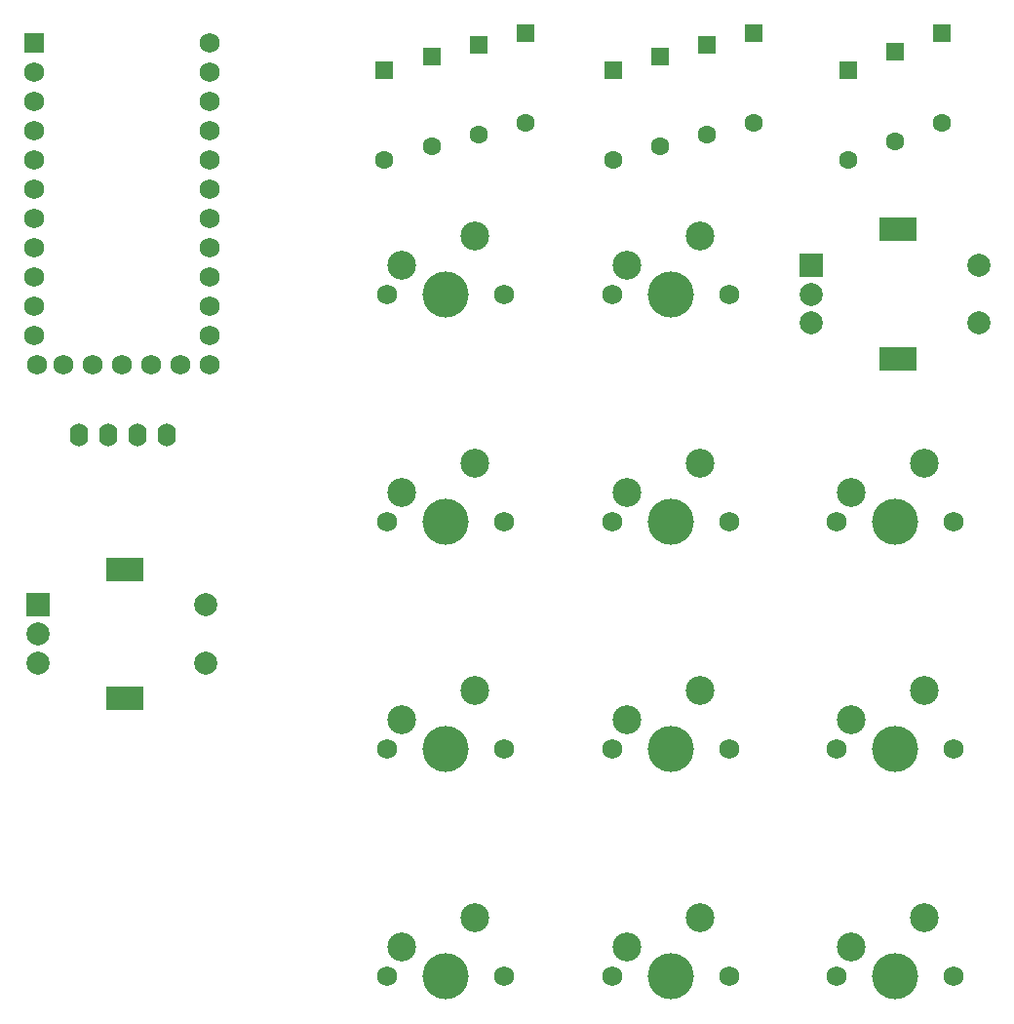
<source format=gbr>
%TF.GenerationSoftware,KiCad,Pcbnew,7.0.9-7.0.9~ubuntu22.04.1*%
%TF.CreationDate,2023-12-14T18:44:14-05:00*%
%TF.ProjectId,macrocoaster_v2,6d616372-6f63-46f6-9173-7465725f7632,rev?*%
%TF.SameCoordinates,Original*%
%TF.FileFunction,Soldermask,Bot*%
%TF.FilePolarity,Negative*%
%FSLAX46Y46*%
G04 Gerber Fmt 4.6, Leading zero omitted, Abs format (unit mm)*
G04 Created by KiCad (PCBNEW 7.0.9-7.0.9~ubuntu22.04.1) date 2023-12-14 18:44:14*
%MOMM*%
%LPD*%
G01*
G04 APERTURE LIST*
%ADD10R,1.752600X1.752600*%
%ADD11C,1.752600*%
%ADD12O,1.600000X2.000000*%
%ADD13C,1.750000*%
%ADD14C,4.000000*%
%ADD15C,2.500000*%
%ADD16C,1.600000*%
%ADD17R,1.600000X1.600000*%
%ADD18R,2.000000X2.000000*%
%ADD19C,2.000000*%
%ADD20R,3.200000X2.000000*%
G04 APERTURE END LIST*
D10*
%TO.C,U1*%
X61250000Y-45920000D03*
D11*
X61250000Y-48460000D03*
X61250000Y-51000000D03*
X61250000Y-53540000D03*
X61250000Y-56080000D03*
X61250000Y-58620000D03*
X61250000Y-61160000D03*
X61250000Y-63700000D03*
X61250000Y-66240000D03*
X61250000Y-68780000D03*
X61250000Y-71320000D03*
X61478600Y-73860000D03*
X76490000Y-73860000D03*
X76490000Y-71320000D03*
X76490000Y-68780000D03*
X76490000Y-66240000D03*
X76490000Y-63700000D03*
X76490000Y-61160000D03*
X76490000Y-58620000D03*
X76490000Y-56080000D03*
X76490000Y-53540000D03*
X76490000Y-51000000D03*
X76490000Y-48460000D03*
X76490000Y-45920000D03*
X63790000Y-73860000D03*
X66330000Y-73860000D03*
X68870000Y-73860000D03*
X71410000Y-73860000D03*
X73950000Y-73860000D03*
%TD*%
D12*
%TO.C,Brd1*%
X65170000Y-80000000D03*
X67710000Y-80000000D03*
X72790000Y-80000000D03*
X70250000Y-80000000D03*
%TD*%
D13*
%TO.C,SW2*%
X111420000Y-67750000D03*
D14*
X116500000Y-67750000D03*
D13*
X121580000Y-67750000D03*
D15*
X112690000Y-65210000D03*
X119040000Y-62670000D03*
%TD*%
D13*
%TO.C,SW3*%
X91920000Y-87500000D03*
D14*
X97000000Y-87500000D03*
D13*
X102080000Y-87500000D03*
D15*
X93190000Y-84960000D03*
X99540000Y-82420000D03*
%TD*%
D16*
%TO.C,D8*%
X136000000Y-54487500D03*
D17*
X136000000Y-46687500D03*
%TD*%
%TO.C,D2*%
X123750000Y-45100000D03*
D16*
X123750000Y-52900000D03*
%TD*%
D13*
%TO.C,SW11*%
X130920000Y-127000000D03*
D14*
X136000000Y-127000000D03*
D13*
X141080000Y-127000000D03*
D15*
X132190000Y-124460000D03*
X138540000Y-121920000D03*
%TD*%
D17*
%TO.C,D11*%
X131916667Y-48275000D03*
D16*
X131916667Y-56075000D03*
%TD*%
D15*
%TO.C,SW4*%
X119040000Y-82420000D03*
X112690000Y-84960000D03*
D13*
X121580000Y-87500000D03*
D14*
X116500000Y-87500000D03*
D13*
X111420000Y-87500000D03*
%TD*%
D18*
%TO.C,SW13*%
X128750000Y-65250000D03*
D19*
X128750000Y-70250000D03*
X128750000Y-67750000D03*
D20*
X136250000Y-62150000D03*
X136250000Y-73350000D03*
D19*
X143250000Y-70250000D03*
X143250000Y-65250000D03*
%TD*%
D13*
%TO.C,SW5*%
X130920000Y-87500000D03*
D14*
X136000000Y-87500000D03*
D13*
X141080000Y-87500000D03*
D15*
X132190000Y-84960000D03*
X138540000Y-82420000D03*
%TD*%
D17*
%TO.C,D1*%
X103916667Y-45100000D03*
D16*
X103916667Y-52900000D03*
%TD*%
D15*
%TO.C,SW8*%
X138540000Y-102170000D03*
X132190000Y-104710000D03*
D13*
X141080000Y-107250000D03*
D14*
X136000000Y-107250000D03*
D13*
X130920000Y-107250000D03*
%TD*%
D17*
%TO.C,D7*%
X115583333Y-47100000D03*
D16*
X115583333Y-54900000D03*
%TD*%
D13*
%TO.C,SW10*%
X111420000Y-127000000D03*
D14*
X116500000Y-127000000D03*
D13*
X121580000Y-127000000D03*
D15*
X112690000Y-124460000D03*
X119040000Y-121920000D03*
%TD*%
%TO.C,SW9*%
X99540000Y-121920000D03*
X93190000Y-124460000D03*
D13*
X102080000Y-127000000D03*
D14*
X97000000Y-127000000D03*
D13*
X91920000Y-127000000D03*
%TD*%
D17*
%TO.C,D4*%
X119666666Y-46100000D03*
D16*
X119666666Y-53900000D03*
%TD*%
D18*
%TO.C,SW14*%
X61620000Y-94750000D03*
D19*
X61620000Y-99750000D03*
X61620000Y-97250000D03*
D20*
X69120000Y-91650000D03*
X69120000Y-102850000D03*
D19*
X76120000Y-99750000D03*
X76120000Y-94750000D03*
%TD*%
D13*
%TO.C,SW7*%
X111420000Y-107250000D03*
D14*
X116500000Y-107250000D03*
D13*
X121580000Y-107250000D03*
D15*
X112690000Y-104710000D03*
X119040000Y-102170000D03*
%TD*%
D17*
%TO.C,D5*%
X140083334Y-45100000D03*
D16*
X140083334Y-52900000D03*
%TD*%
%TO.C,D3*%
X99833333Y-53900000D03*
D17*
X99833333Y-46100000D03*
%TD*%
%TO.C,D6*%
X95750000Y-47100000D03*
D16*
X95750000Y-54900000D03*
%TD*%
D15*
%TO.C,SW6*%
X99540000Y-102170000D03*
X93190000Y-104710000D03*
D13*
X102080000Y-107250000D03*
D14*
X97000000Y-107250000D03*
D13*
X91920000Y-107250000D03*
%TD*%
D16*
%TO.C,D9*%
X91666667Y-56075000D03*
D17*
X91666667Y-48275000D03*
%TD*%
D13*
%TO.C,SW1*%
X91920000Y-67750000D03*
D14*
X97000000Y-67750000D03*
D13*
X102080000Y-67750000D03*
D15*
X93190000Y-65210000D03*
X99540000Y-62670000D03*
%TD*%
D17*
%TO.C,D10*%
X111500000Y-48275000D03*
D16*
X111500000Y-56075000D03*
%TD*%
M02*

</source>
